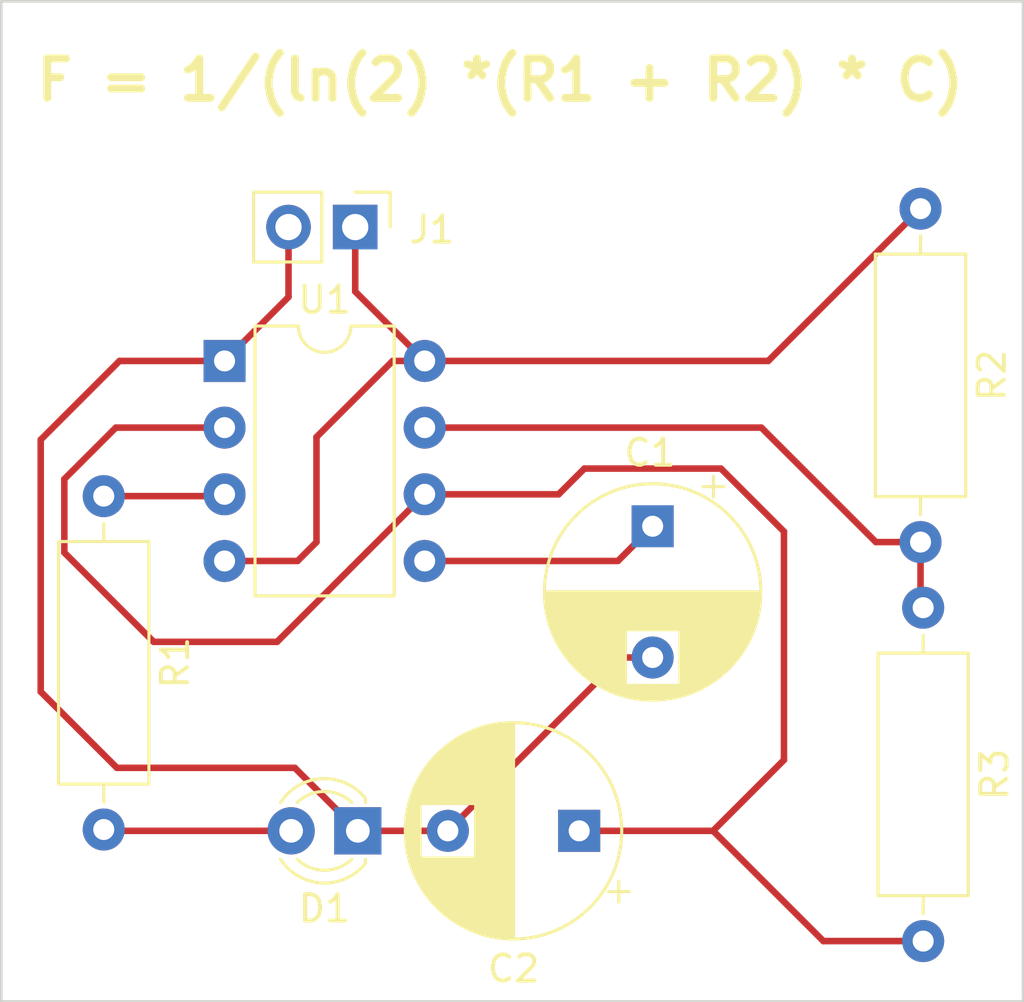
<source format=kicad_pcb>
(kicad_pcb (version 20211014) (generator pcbnew)
  (layers (0 "F.Cu" signal) (31 "B.Cu" signal) (34 "B.Paste" user) (35 "F.Paste" user) (36 "B.SilkS" user "B.Silkscreen") (37 "F.SilkS" user "F.Silkscreen") (38 "B.Mask" user) (39 "F.Mask" user) (44 "Edge.Cuts" user))
  (net 0 "")
  (net 1 "Net-(C1-Pad1)")
  (net 2 "GND")
  (net 3 "/THR")
  (net 4 "Net-(D1-Pad2)")
  (net 5 "+5V")
  (net 6 "/out")
  (net 7 "/dis")
  (footprint "Resistor_THT:R_Axial_DIN0309_L9.0mm_D3.2mm_P12.70mm_Horizontal" (layer "F.Cu") (at 139.1 64.8 -90)
    (fp_text reference "R2" (at 6.35 -2.72 90) (layer "F.SilkS"))
    (fp_text value "8k2")
    (fp_line (start 1.04 0) (end 1.73 0) (layer "F.SilkS") (width 0.12))
    (fp_line (start 1.73 1.72) (end 10.97 1.72) (layer "F.SilkS") (width 0.12))
    (fp_line (start 10.97 -1.72) (end 1.73 -1.72) (layer "F.SilkS") (width 0.12))
    (fp_line (start 1.73 -1.72) (end 1.73 1.72) (layer "F.SilkS") (width 0.12))
    (fp_line (start 11.66 0) (end 10.97 0) (layer "F.SilkS") (width 0.12))
    (fp_line (start 10.97 1.72) (end 10.97 -1.72) (layer "F.SilkS") (width 0.12))
    (pad "1" thru_hole circle (at 0 0 270) (size 1.6 1.6) (drill 0.8) (layers *.Cu *.Mask) (net 5 "+5V"))
    (pad "2" thru_hole oval (at 12.7 0 270) (size 1.6 1.6) (drill 0.8) (layers *.Cu *.Mask) (net 7 "/dis"))
  )
  (footprint "Resistor_THT:R_Axial_DIN0309_L9.0mm_D3.2mm_P12.70mm_Horizontal" (layer "F.Cu") (at 139.2 80 -90)
    (fp_text reference "R3" (at 6.35 -2.72 90) (layer "F.SilkS"))
    (fp_text value "68k")
    (fp_line (start 1.73 -1.72) (end 1.73 1.72) (layer "F.SilkS") (width 0.12))
    (fp_line (start 1.73 1.72) (end 10.97 1.72) (layer "F.SilkS") (width 0.12))
    (fp_line (start 10.97 1.72) (end 10.97 -1.72) (layer "F.SilkS") (width 0.12))
    (fp_line (start 1.04 0) (end 1.73 0) (layer "F.SilkS") (width 0.12))
    (fp_line (start 10.97 -1.72) (end 1.73 -1.72) (layer "F.SilkS") (width 0.12))
    (fp_line (start 11.66 0) (end 10.97 0) (layer "F.SilkS") (width 0.12))
    (pad "1" thru_hole circle (at 0 0 270) (size 1.6 1.6) (drill 0.8) (layers *.Cu *.Mask) (net 7 "/dis"))
    (pad "2" thru_hole oval (at 12.7 0 270) (size 1.6 1.6) (drill 0.8) (layers *.Cu *.Mask) (net 3 "/THR"))
  )
  (footprint "Connector_PinHeader_2.54mm:PinHeader_1x02_P2.54mm_Vertical" (layer "F.Cu") (at 117.575 65.5 -90)
    (fp_text reference "J1" (at 0.1 -2.925 180) (layer "F.SilkS"))
    (fp_text value "Conn_01x02")
    (fp_line (start -1.33 1.27) (end -1.33 3.87) (layer "F.SilkS") (width 0.12))
    (fp_line (start 1.33 1.27) (end 1.33 3.87) (layer "F.SilkS") (width 0.12))
    (fp_line (start -1.33 3.87) (end 1.33 3.87) (layer "F.SilkS") (width 0.12))
    (fp_line (start -1.33 -1.33) (end 0 -1.33) (layer "F.SilkS") (width 0.12))
    (fp_line (start -1.33 1.27) (end 1.33 1.27) (layer "F.SilkS") (width 0.12))
    (fp_line (start -1.33 0) (end -1.33 -1.33) (layer "F.SilkS") (width 0.12))
    (pad "1" thru_hole rect (at 0 0 270) (size 1.7 1.7) (drill 1) (layers *.Cu *.Mask) (net 5 "+5V"))
    (pad "2" thru_hole oval (at 0 2.54 270) (size 1.7 1.7) (drill 1) (layers *.Cu *.Mask) (net 2 "GND"))
  )
  (footprint "Capacitor_THT:CP_Radial_D8.0mm_P5.00mm" (layer "F.Cu") (at 126.102651 88.5 180)
    (fp_text reference "C2" (at 2.5 -5.25) (layer "F.SilkS"))
    (fp_text value "1uf")
    (fp_line (start 4.501 1.04) (end 4.501 3.562) (layer "F.SilkS") (width 0.12))
    (fp_line (start 3.701 -3.902) (end 3.701 3.902) (layer "F.SilkS") (width 0.12))
    (fp_line (start -1.509698 -2.715) (end -1.509698 -1.915) (layer "F.SilkS") (width 0.12))
    (fp_line (start 5.181 -3.09) (end 5.181 -1.04) (layer "F.SilkS") (width 0.12))
    (fp_line (start 4.181 1.04) (end 4.181 3.722) (layer "F.SilkS") (width 0.12))
    (fp_line (start 5.901 1.04) (end 5.901 2.287) (layer "F.SilkS") (width 0.12))
    (fp_line (start 5.421 1.04) (end 5.421 2.867) (layer "F.SilkS") (width 0.12))
    (fp_line (start 2.7 -4.076) (end 2.7 4.076) (layer "F.SilkS") (width 0.12))
    (fp_line (start 2.5 -4.08) (end 2.5 4.08) (layer "F.SilkS") (width 0.12))
    (fp_line (start 3.261 -4.01) (end 3.261 4.01) (layer "F.SilkS") (width 0.12))
    (fp_line (start 4.541 -3.54) (end 4.541 -1.04) (layer "F.SilkS") (width 0.12))
    (fp_line (start 4.381 1.04) (end 4.381 3.627) (layer "F.SilkS") (width 0.12))
    (fp_line (start 5.861 -2.345) (end 5.861 -1.04) (layer "F.SilkS") (width 0.12))
    (fp_line (start 6.301 -1.552) (end 6.301 1.552) (layer "F.SilkS") (width 0.12))
    (fp_line (start 4.341 -3.647) (end 4.341 -1.04) (layer "F.SilkS") (width 0.12))
    (fp_line (start 5.581 -2.697) (end 5.581 -1.04) (layer "F.SilkS") (width 0.12))
    (fp_line (start 4.421 -3.606) (end 4.421 -1.04) (layer "F.SilkS") (width 0.12))
    (fp_line (start 4.621 -3.493) (end 4.621 -1.04) (layer "F.SilkS") (width 0.12))
    (fp_line (start 4.901 1.04) (end 4.901 3.309) (layer "F.SilkS") (width 0.12))
    (fp_line (start 5.501 1.04) (end 5.501 2.784) (layer "F.SilkS") (width 0.12))
    (fp_line (start 5.621 1.04) (end 5.621 2.651) (layer "F.SilkS") (width 0.12))
    (fp_line (start 5.941 1.04) (end 5.941 2.228) (layer "F.SilkS") (width 0.12))
    (fp_line (start 2.58 -4.08) (end 2.58 4.08) (layer "F.SilkS") (width 0.12))
    (fp_line (start 3.06 -4.042) (end 3.06 4.042) (layer "F.SilkS") (width 0.12))
    (fp_line (start 4.101 1.04) (end 4.101 3.757) (layer "F.SilkS") (width 0.12))
    (fp_line (start 6.421 -1.229) (end 6.421 1.229) (layer "F.SilkS") (width 0.12))
    (fp_line (start 4.781 1.04) (end 4.781 3.392) (layer "F.SilkS") (width 0.12))
    (fp_line (start 5.581 1.04) (end 5.581 2.697) (layer "F.SilkS") (width 0.12))
    (fp_line (start 3.541 -3.947) (end 3.541 3.947) (layer "F.SilkS") (width 0.12))
    (fp_line (start 4.301 -3.666) (end 4.301 -1.04) (layer "F.SilkS") (width 0.12))
    (fp_line (start 4.381 -3.627) (end 4.381 -1.04) (layer "F.SilkS") (width 0.12))
    (fp_line (start 5.541 1.04) (end 5.541 2.741) (layer "F.SilkS") (width 0.12))
    (fp_line (start 5.741 1.04) (end 5.741 2.505) (layer "F.SilkS") (width 0.12))
    (fp_line (start 3.421 -3.976) (end 3.421 3.976) (layer "F.SilkS") (width 0.12))
    (fp_line (start 2.62 -4.079) (end 2.62 4.079) (layer "F.SilkS") (width 0.12))
    (fp_line (start -1.909698 -2.315) (end -1.109698 -2.315) (layer "F.SilkS") (width 0.12))
    (fp_line (start 4.061 1.04) (end 4.061 3.774) (layer "F.SilkS") (width 0.12))
    (fp_line (start 5.981 -2.166) (end 5.981 -1.04) (layer "F.SilkS") (width 0.12))
    (fp_line (start 5.741 -2.505) (end 5.741 -1.04) (layer "F.SilkS") (width 0.12))
    (fp_line (start 2.66 -4.077) (end 2.66 4.077) (layer "F.SilkS") (width 0.12))
    (fp_line (start 5.661 -2.604) (end 5.661 -1.04) (layer "F.SilkS") (width 0.12))
    (fp_line (start 5.061 -3.189) (end 5.061 -1.04) (layer "F.SilkS") (width 0.12))
    (fp_line (start 6.341 -1.453) (end 6.341 1.453) (layer "F.SilkS") (width 0.12))
    (fp_line (start 5.181 1.04) (end 5.181 3.09) (layer "F.SilkS") (width 0.12))
    (fp_line (start 3.501 -3.957) (end 3.501 3.957) (layer "F.SilkS") (width 0.12))
    (fp_line (start 4.861 1.04) (end 4.861 3.338) (layer "F.SilkS") (width 0.12))
    (fp_line (start 4.741 1.04) (end 4.741 3.418) (layer "F.SilkS") (width 0.12))
    (fp_line (start 5.861 1.04) (end 5.861 2.345) (layer "F.SilkS") (width 0.12))
    (fp_line (start 2.74 -4.074) (end 2.74 4.074) (layer "F.SilkS") (width 0.12))
    (fp_line (start 4.701 1.04) (end 4.701 3.444) (layer "F.SilkS") (width 0.12))
    (fp_line (start 4.941 -3.28) (end 4.941 -1.04) (layer "F.SilkS") (width 0.12))
    (fp_line (start 6.061 -2.034) (end 6.061 2.034) (layer "F.SilkS") (width 0.12))
    (fp_line (start 3.981 -3.805) (end 3.981 -1.04) (layer "F.SilkS") (width 0.12))
    (fp_line (start 4.661 -3.469) (end 4.661 -1.04) (layer "F.SilkS") (width 0.12))
    (fp_line (start 4.141 -3.74) (end 4.141 -1.04) (layer "F.SilkS") (width 0.12))
    (fp_line (start 5.381 -2.907) (end 5.381 -1.04) (layer "F.SilkS") (width 0.12))
    (fp_line (start 5.901 -2.287) (end 5.901 -1.04) (layer "F.SilkS") (width 0.12))
    (fp_line (start 5.541 -2.741) (end 5.541 -1.04) (layer "F.SilkS") (width 0.12))
    (fp_line (start 3.941 -3.821) (end 3.941 3.821) (layer "F.SilkS") (width 0.12))
    (fp_line (start 6.501 -0.948) (end 6.501 0.948) (layer "F.SilkS") (width 0.12))
    (fp_line (start 5.021 -3.22) (end 5.021 -1.04) (layer "F.SilkS") (width 0.12))
    (fp_line (start 5.701 -2.556) (end 5.701 -1.04) (layer "F.SilkS") (width 0.12))
    (fp_line (start 4.341 1.04) (end 4.341 3.647) (layer "F.SilkS") (width 0.12))
    (fp_line (start 5.661 1.04) (end 5.661 2.604) (layer "F.SilkS") (width 0.12))
    (fp_line (start 3.301 -4.002) (end 3.301 4.002) (layer "F.SilkS") (width 0.12))
    (fp_line (start 5.101 -3.156) (end 5.101 -1.04) (layer "F.SilkS") (width 0.12))
    (fp_line (start 4.261 -3.686) (end 4.261 -1.04) (layer "F.SilkS") (width 0.12))
    (fp_line (start 5.381 1.04) (end 5.381 2.907) (layer "F.SilkS") (width 0.12))
    (fp_line (start 3.381 -3.985) (end 3.381 3.985) (layer "F.SilkS") (width 0.12))
    (fp_line (start 4.581 -3.517) (end 4.581 -1.04) (layer "F.SilkS") (width 0.12))
    (fp_line (start 3.14 -4.03) (end 3.14 4.03) (layer "F.SilkS") (width 0.12))
    (fp_line (start 6.381 -1.346) (end 6.381 1.346) (layer "F.SilkS") (width 0.12))
    (fp_line (start 5.781 -2.454) (end 5.781 -1.04) (layer "F.SilkS") (width 0.12))
    (fp_line (start 5.421 -2.867) (end 5.421 -1.04) (layer "F.SilkS") (width 0.12))
    (fp_line (start 4.821 -3.365) (end 4.821 -1.04) (layer "F.SilkS") (width 0.12))
    (fp_line (start 6.221 -1.731) (end 6.221 1.731) (layer "F.SilkS") (width 0.12))
    (fp_line (start 5.941 -2.228) (end 5.941 -1.04) (layer "F.SilkS") (width 0.12))
    (fp_line (start 5.821 1.04) (end 5.821 2.4) (layer "F.SilkS") (width 0.12))
    (fp_line (start 4.021 1.04) (end 4.021 3.79) (layer "F.SilkS") (width 0.12))
    (fp_line (start 4.261 1.04) (end 4.261 3.686) (layer "F.SilkS") (width 0.12))
    (fp_line (start 5.261 -3.019) (end 5.261 -1.04) (layer "F.SilkS") (width 0.12))
    (fp_line (start 4.861 -3.338) (end 4.861 -1.04) (layer "F.SilkS") (width 0.12))
    (fp_line (start 5.101 1.04) (end 5.101 3.156) (layer "F.SilkS") (width 0.12))
    (fp_line (start 4.981 1.04) (end 4.981 3.25) (layer "F.SilkS") (width 0.12))
    (fp_line (start 3.341 -3.994) (end 3.341 3.994) (layer "F.SilkS") (width 0.12))
    (fp_line (start 4.501 -3.562) (end 4.501 -1.04) (layer "F.SilkS") (width 0.12))
    (fp_line (start 5.021 1.04) (end 5.021 3.22) (layer "F.SilkS") (width 0.12))
    (fp_line (start 3.661 -3.914) (end 3.661 3.914) (layer "F.SilkS") (width 0.12))
    (fp_line (start 5.221 1.04) (end 5.221 3.055) (layer "F.SilkS") (width 0.12))
    (fp_line (start 4.981 -3.25) (end 4.981 -1.04) (layer "F.SilkS") (width 0.12))
    (fp_line (start 4.941 1.04) (end 4.941 3.28) (layer "F.SilkS") (width 0.12))
    (fp_line (start 3.621 -3.925) (end 3.621 3.925) (layer "F.SilkS") (width 0.12))
    (fp_line (start 3.901 -3.835) (end 3.901 3.835) (layer "F.SilkS") (width 0.12))
    (fp_line (start 4.701 -3.444) (end 4.701 -1.04) (layer "F.SilkS") (width 0.12))
    (fp_line (start 5.461 -2.826) (end 5.461 -1.04) (layer "F.SilkS") (width 0.12))
    (fp_line (start 3.781 -3.877) (end 3.781 3.877) (layer "F.SilkS") (width 0.12))
    (fp_line (start 5.341 1.04) (end 5.341 2.945) (layer "F.SilkS") (width 0.12))
    (fp_line (start 5.461 1.04) (end 5.461 2.826) (layer "F.SilkS") (width 0.12))
    (fp_line (start 6.181 -1.813) (end 6.181 1.813) (layer "F.SilkS") (width 0.12))
    (fp_line (start 6.021 1.04) (end 6.021 2.102) (layer "F.SilkS") (width 0.12))
    (fp_line (start 5.621 -2.651) (end 5.621 -1.04) (layer "F.SilkS") (width 0.12))
    (fp_line (start 2.9 -4.061) (end 2.9 4.061) (layer "F.SilkS") (width 0.12))
    (fp_line (start 6.461 -1.098) (end 6.461 1.098) (layer "F.SilkS") (width 0.12))
    (fp_line (start 5.061 1.04) (end 5.061 3.189) (layer "F.SilkS") (width 0.12))
    (fp_line (start 5.301 1.04) (end 5.301 2.983) (layer "F.SilkS") (width 0.12))
    (fp_line (start 4.301 1.04) (end 4.301 3.666) (layer "F.SilkS") (width 0.12))
    (fp_line (start 3.1 -4.037) (end 3.1 4.037) (layer "F.SilkS") (width 0.12))
    (fp_line (start 4.821 1.04) (end 4.821 3.365) (layer "F.SilkS") (width 0.12))
    (fp_line (start 4.541 1.04) (end 4.541 3.54) (layer "F.SilkS") (width 0.12))
    (fp_line (start 5.301 -2.983) (end 5.301 -1.04) (layer "F.SilkS") (width 0.12))
    (fp_line (start 5.141 1.04) (end 5.141 3.124) (layer "F.SilkS") (width 0.12))
    (fp_line (start 6.101 -1.964) (end 6.101 1.964) (layer "F.SilkS") (width 0.12))
    (fp_line (start 4.181 -3.722) (end 4.181 -1.04) (layer "F.SilkS") (width 0.12))
    (fp_line (start 4.621 1.04) (end 4.621 3.493) (layer "F.SilkS") (width 0.12))
    (fp_line (start 6.261 -1.645) (end 6.261 1.645) (layer "F.SilkS") (width 0.12))
    (fp_line (start 3.02 -4.048) (end 3.02 4.048) (layer "F.SilkS") (width 0.12))
    (fp_line (start 4.221 -3.704) (end 4.221 -1.04) (layer "F.SilkS") (width 0.12))
    (fp_line (start 2.94 -4.057) (end 2.94 4.057) (layer "F.SilkS") (width 0.12))
    (fp_line (start 3.861 -3.85) (end 3.861 3.85) (layer "F.SilkS") (width 0.12))
    (fp_line (start 2.78 -4.071) (end 2.78 4.071) (layer "F.SilkS") (width 0.12))
    (fp_line (start 5.501 -2.784) (end 5.501 -1.04) (layer "F.SilkS") (width 0.12))
    (fp_line (start 4.461 1.04) (end 4.461 3.584) (layer "F.SilkS") (width 0.12))
    (fp_line (start 6.141 -1.89) (end 6.141 1.89) (layer "F.SilkS") (width 0.12))
    (fp_line (start 3.18 -4.024) (end 3.18 4.024) (layer "F.SilkS") (width 0.12))
    (fp_line (start 3.461 -3.967) (end 3.461 3.967) (layer "F.SilkS") (width 0.12))
    (fp_line (start 6.581 -0.533) (end 6.581 0.533) (layer "F.SilkS") (width 0.12))
    (fp_line (start 4.061 -3.774) (end 4.061 -1.04) (layer "F.SilkS") (width 0.12))
    (fp_line (start 4.141 1.04) (end 4.141 3.74) (layer "F.SilkS") (width 0.12))
    (fp_line (start 3.581 -3.936) (end 3.581 3.936) (layer "F.SilkS") (width 0.12))
    (fp_line (start 2.82 -4.068) (end 2.82 4.068) (layer "F.SilkS") (width 0.12))
    (fp_line (start 2.98 -4.052) (end 2.98 4.052) (layer "F.SilkS") (width 0.12))
    (fp_line (start 5.981 1.04) (end 5.981 2.166) (layer "F.SilkS") (width 0.12))
    (fp_line (start 4.781 -3.392) (end 4.781 -1.04) (layer "F.SilkS") (width 0.12))
    (fp_line (start 4.101 -3.757) (end 4.101 -1.04) (layer "F.SilkS") (width 0.12))
    (fp_line (start 5.781 1.04) (end 5.781 2.454) (layer "F.SilkS") (width 0.12))
    (fp_line (start 3.221 -4.017) (end 3.221 4.017) (layer "F.SilkS") (width 0.12))
    (fp_line (start 2.54 -4.08) (end 2.54 4.08) (layer "F.SilkS") (width 0.12))
    (fp_line (start 5.141 -3.124) (end 5.141 -1.04) (layer "F.SilkS") (width 0.12))
    (fp_line (start 4.901 -3.309) (end 4.901 -1.04) (layer "F.SilkS") (width 0.12))
    (fp_line (start 5.701 1.04) (end 5.701 2.556) (layer "F.SilkS") (width 0.12))
    (fp_line (start 6.021 -2.102) (end 6.021 -1.04) (layer "F.SilkS") (width 0.12))
    (fp_line (start 3.741 -3.889) (end 3.741 3.889) (layer "F.SilkS") (width 0.12))
    (fp_line (start 4.741 -3.418) (end 4.741 -1.04) (layer "F.SilkS") (width 0.12))
    (fp_line (start 3.821 -3.863) (end 3.821 3.863) (layer "F.SilkS") (width 0.12))
    (fp_line (start 5.221 -3.055) (end 5.221 -1.04) (layer "F.SilkS") (width 0.12))
    (fp_line (start 5.341 -2.945) (end 5.341 -1.04) (layer "F.SilkS") (width 0.12))
    (fp_line (start 3.981 1.04) (end 3.981 3.805) (layer "F.SilkS") (width 0.12))
    (fp_line (start 4.581 1.04) (end 4.581 3.517) (layer "F.SilkS") (width 0.12))
    (fp_line (start 4.421 1.04) (end 4.421 3.606) (layer "F.SilkS") (width 0.12))
    (fp_line (start 4.221 1.04) (end 4.221 3.704) (layer "F.SilkS") (width 0.12))
    (fp_line (start 4.661 1.04) (end 4.661 3.469) (layer "F.SilkS") (width 0.12))
    (fp_line (start 4.461 -3.584) (end 4.461 -1.04) (layer "F.SilkS") (width 0.12))
    (fp_line (start 5.261 1.04) (end 5.261 3.019) (layer "F.SilkS") (width 0.12))
    (fp_line (start 5.821 -2.4) (end 5.821 -1.04) (layer "F.SilkS") (width 0.12))
    (fp_line (start 4.021 -3.79) (end 4.021 -1.04) (layer "F.SilkS") (width 0.12))
    (fp_line (start 2.86 -4.065) (end 2.86 4.065) (layer "F.SilkS") (width 0.12))
    (fp_line (start 6.541 -0.768) (end 6.541 0.768) (layer "F.SilkS") (width 0.12))
    (fp_circle (center 2.5 0) (end 6.62 0) (layer "F.SilkS") (width 0.12) (fill none))
    (pad "1" thru_hole rect (at 0 0 180) (size 1.6 1.6) (drill 0.8) (layers *.Cu *.Mask) (net 3 "/THR"))
    (pad "2" thru_hole circle (at 5 0 180) (size 1.6 1.6) (drill 0.8) (layers *.Cu *.Mask) (net 2 "GND"))
  )
  (footprint "Capacitor_THT:CP_Radial_D8.0mm_P5.00mm" (layer "F.Cu") (at 128.9 76.897349 -90)
    (fp_text reference "C1" (at -2.797349 0.1 180) (layer "F.SilkS"))
    (fp_text value "10nf")
    (fp_line (start 5.701 -2.556) (end 5.701 -1.04) (layer "F.SilkS") (width 0.12))
    (fp_line (start 4.341 -3.647) (end 4.341 -1.04) (layer "F.SilkS") (width 0.12))
    (fp_line (start 5.541 1.04) (end 5.541 2.741) (layer "F.SilkS") (width 0.12))
    (fp_line (start 5.701 1.04) (end 5.701 2.556) (layer "F.SilkS") (width 0.12))
    (fp_line (start 5.781 1.04) (end 5.781 2.454) (layer "F.SilkS") (width 0.12))
    (fp_line (start 6.581 -0.533) (end 6.581 0.533) (layer "F.SilkS") (width 0.12))
    (fp_line (start 4.101 -3.757) (end 4.101 -1.04) (layer "F.SilkS") (width 0.12))
    (fp_line (start 5.221 -3.055) (end 5.221 -1.04) (layer "F.SilkS") (width 0.12))
    (fp_line (start 3.821 -3.863) (end 3.821 3.863) (layer "F.SilkS") (width 0.12))
    (fp_line (start 5.741 1.04) (end 5.741 2.505) (layer "F.SilkS") (width 0.12))
    (fp_line (start 5.541 -2.741) (end 5.541 -1.04) (layer "F.SilkS") (width 0.12))
    (fp_line (start 5.301 1.04) (end 5.301 2.983) (layer "F.SilkS") (width 0.12))
    (fp_line (start 5.581 1.04) (end 5.581 2.697) (layer "F.SilkS") (width 0.12))
    (fp_line (start 5.981 1.04) (end 5.981 2.166) (layer "F.SilkS") (width 0.12))
    (fp_line (start 5.781 -2.454) (end 5.781 -1.04) (layer "F.SilkS") (width 0.12))
    (fp_line (start 4.501 1.04) (end 4.501 3.562) (layer "F.SilkS") (width 0.12))
    (fp_line (start 5.261 -3.019) (end 5.261 -1.04) (layer "F.SilkS") (width 0.12))
    (fp_line (start 4.221 -3.704) (end 4.221 -1.04) (layer "F.SilkS") (width 0.12))
    (fp_line (start 4.981 -3.25) (end 4.981 -1.04) (layer "F.SilkS") (width 0.12))
    (fp_line (start 4.261 1.04) (end 4.261 3.686) (layer "F.SilkS") (width 0.12))
    (fp_line (start 3.221 -4.017) (end 3.221 4.017) (layer "F.SilkS") (width 0.12))
    (fp_line (start 5.941 1.04) (end 5.941 2.228) (layer "F.SilkS") (width 0.12))
    (fp_line (start 5.501 1.04) (end 5.501 2.784) (layer "F.SilkS") (width 0.12))
    (fp_line (start 3.341 -3.994) (end 3.341 3.994) (layer "F.SilkS") (width 0.12))
    (fp_line (start 2.74 -4.074) (end 2.74 4.074) (layer "F.SilkS") (width 0.12))
    (fp_line (start 5.901 1.04) (end 5.901 2.287) (layer "F.SilkS") (width 0.12))
    (fp_line (start 4.741 1.04) (end 4.741 3.418) (layer "F.SilkS") (width 0.12))
    (fp_line (start 2.82 -4.068) (end 2.82 4.068) (layer "F.SilkS") (width 0.12))
    (fp_line (start 5.101 1.04) (end 5.101 3.156) (layer "F.SilkS") (width 0.12))
    (fp_line (start 4.781 1.04) (end 4.781 3.392) (layer "F.SilkS") (width 0.12))
    (fp_line (start 5.661 -2.604) (end 5.661 -1.04) (layer "F.SilkS") (width 0.12))
    (fp_line (start 5.821 -2.4) (end 5.821 -1.04) (layer "F.SilkS") (width 0.12))
    (fp_line (start 4.661 1.04) (end 4.661 3.469) (layer "F.SilkS") (width 0.12))
    (fp_line (start 2.62 -4.079) (end 2.62 4.079) (layer "F.SilkS") (width 0.12))
    (fp_line (start 6.501 -0.948) (end 6.501 0.948) (layer "F.SilkS") (width 0.12))
    (fp_line (start 5.821 1.04) (end 5.821 2.4) (layer "F.SilkS") (width 0.12))
    (fp_line (start 5.021 1.04) (end 5.021 3.22) (layer "F.SilkS") (width 0.12))
    (fp_line (start 5.021 -3.22) (end 5.021 -1.04) (layer "F.SilkS") (width 0.12))
    (fp_line (start 4.901 -3.309) (end 4.901 -1.04) (layer "F.SilkS") (width 0.12))
    (fp_line (start 4.421 -3.606) (end 4.421 -1.04) (layer "F.SilkS") (width 0.12))
    (fp_line (start 5.141 -3.124) (end 5.141 -1.04) (layer "F.SilkS") (width 0.12))
    (fp_line (start 3.18 -4.024) (end 3.18 4.024) (layer "F.SilkS") (width 0.12))
    (fp_line (start 3.661 -3.914) (end 3.661 3.914) (layer "F.SilkS") (width 0.12))
    (fp_line (start 4.381 1.04) (end 4.381 3.627) (layer "F.SilkS") (width 0.12))
    (fp_line (start 4.221 1.04) (end 4.221 3.704) (layer "F.SilkS") (width 0.12))
    (fp_line (start 4.541 -3.54) (end 4.541 -1.04) (layer "F.SilkS") (width 0.12))
    (fp_line (start -1.509698 -2.715) (end -1.509698 -1.915) (layer "F.SilkS") (width 0.12))
    (fp_line (start 2.5 -4.08) (end 2.5 4.08) (layer "F.SilkS") (width 0.12))
    (fp_line (start 2.9 -4.061) (end 2.9 4.061) (layer "F.SilkS") (width 0.12))
    (fp_line (start 3.06 -4.042) (end 3.06 4.042) (layer "F.SilkS") (width 0.12))
    (fp_line (start 4.021 -3.79) (end 4.021 -1.04) (layer "F.SilkS") (width 0.12))
    (fp_line (start 4.821 -3.365) (end 4.821 -1.04) (layer "F.SilkS") (width 0.12))
    (fp_line (start 4.141 -3.74) (end 4.141 -1.04) (layer "F.SilkS") (width 0.12))
    (fp_line (start 4.901 1.04) (end 4.901 3.309) (layer "F.SilkS") (width 0.12))
    (fp_line (start 6.381 -1.346) (end 6.381 1.346) (layer "F.SilkS") (width 0.12))
    (fp_line (start 3.941 -3.821) (end 3.941 3.821) (layer "F.SilkS") (width 0.12))
    (fp_line (start 3.901 -3.835) (end 3.901 3.835) (layer "F.SilkS") (width 0.12))
    (fp_line (start 5.861 1.04) (end 5.861 2.345) (layer "F.SilkS") (width 0.12))
    (fp_line (start 2.78 -4.071) (end 2.78 4.071) (layer "F.SilkS") (width 0.12))
    (fp_line (start 6.341 -1.453) (end 6.341 1.453) (layer "F.SilkS") (width 0.12))
    (fp_line (start 3.581 -3.936) (end 3.581 3.936) (layer "F.SilkS") (width 0.12))
    (fp_line (start 2.58 -4.08) (end 2.58 4.08) (layer "F.SilkS") (width 0.12))
    (fp_line (start 5.181 -3.09) (end 5.181 -1.04) (layer "F.SilkS") (width 0.12))
    (fp_line (start 4.621 1.04) (end 4.621 3.493) (layer "F.SilkS") (width 0.12))
    (fp_line (start 5.741 -2.505) (end 5.741 -1.04) (layer "F.SilkS") (width 0.12))
    (fp_line (start 4.341 1.04) (end 4.341 3.647) (layer "F.SilkS") (width 0.12))
    (fp_line (start 4.061 1.04) (end 4.061 3.774) (layer "F.SilkS") (width 0.12))
    (fp_line (start 4.941 -3.28) (end 4.941 -1.04) (layer "F.SilkS") (width 0.12))
    (fp_line (start 2.94 -4.057) (end 2.94 4.057) (layer "F.SilkS") (width 0.12))
    (fp_line (start 4.781 -3.392) (end 4.781 -1.04) (layer "F.SilkS") (width 0.12))
    (fp_line (start 5.461 1.04) (end 5.461 2.826) (layer "F.SilkS") (width 0.12))
    (fp_line (start 3.741 -3.889) (end 3.741 3.889) (layer "F.SilkS") (width 0.12))
    (fp_line (start 4.181 -3.722) (end 4.181 -1.04) (layer "F.SilkS") (width 0.12))
    (fp_line (start 5.181 1.04) (end 5.181 3.09) (layer "F.SilkS") (width 0.12))
    (fp_line (start 6.301 -1.552) (end 6.301 1.552) (layer "F.SilkS") (width 0.12))
    (fp_line (start 6.061 -2.034) (end 6.061 2.034) (layer "F.SilkS") (width 0.12))
    (fp_line (start 4.581 -3.517) (end 4.581 -1.04) (layer "F.SilkS") (width 0.12))
    (fp_line (start 3.981 -3.805) (end 3.981 -1.04) (layer "F.SilkS") (width 0.12))
    (fp_line (start 3.541 -3.947) (end 3.541 3.947) (layer "F.SilkS") (width 0.12))
    (fp_line (start 4.861 1.04) (end 4.861 3.338) (layer "F.SilkS") (width 0.12))
    (fp_line (start 3.701 -3.902) (end 3.701 3.902) (layer "F.SilkS") (width 0.12))
    (fp_line (start 3.381 -3.985) (end 3.381 3.985) (layer "F.SilkS") (width 0.12))
    (fp_line (start 4.301 1.04) (end 4.301 3.666) (layer "F.SilkS") (width 0.12))
    (fp_line (start 2.86 -4.065) (end 2.86 4.065) (layer "F.SilkS") (width 0.12))
    (fp_line (start 5.501 -2.784) (end 5.501 -1.04) (layer "F.SilkS") (width 0.12))
    (fp_line (start 2.66 -4.077) (end 2.66 4.077) (layer "F.SilkS") (width 0.12))
    (fp_line (start 4.701 -3.444) (end 4.701 -1.04) (layer "F.SilkS") (width 0.12))
    (fp_line (start 2.98 -4.052) (end 2.98 4.052) (layer "F.SilkS") (width 0.12))
    (fp_line (start 4.661 -3.469) (end 4.661 -1.04) (layer "F.SilkS") (width 0.12))
    (fp_line (start 5.421 1.04) (end 5.421 2.867) (layer "F.SilkS") (width 0.12))
    (fp_line (start 3.1 -4.037) (end 3.1 4.037) (layer "F.SilkS") (width 0.12))
    (fp_line (start 4.261 -3.686) (end 4.261 -1.04) (layer "F.SilkS") (width 0.12))
    (fp_line (start 5.261 1.04) (end 5.261 3.019) (layer "F.SilkS") (width 0.12))
    (fp_line (start 5.581 -2.697) (end 5.581 -1.04) (layer "F.SilkS") (width 0.12))
    (fp_line (start 4.541 1.04) (end 4.541 3.54) (layer "F.SilkS") (width 0.12))
    (fp_line (start 4.141 1.04) (end 4.141 3.74) (layer "F.SilkS") (width 0.12))
    (fp_line (start 4.061 -3.774) (end 4.061 -1.04) (layer "F.SilkS") (width 0.12))
    (fp_line (start 5.421 -2.867) (end 5.421 -1.04) (layer "F.SilkS") (width 0.12))
    (fp_line (start 3.501 -3.957) (end 3.501 3.957) (layer "F.SilkS") (width 0.12))
    (fp_line (start 3.301 -4.002) (end 3.301 4.002) (layer "F.SilkS") (width 0.12))
    (fp_line (start 4.501 -3.562) (end 4.501 -1.04) (layer "F.SilkS") (width 0.12))
    (fp_line (start 6.101 -1.964) (end 6.101 1.964) (layer "F.SilkS") (width 0.12))
    (fp_line (start 3.781 -3.877) (end 3.781 3.877) (layer "F.SilkS") (width 0.12))
    (fp_line (start 6.421 -1.229) (end 6.421 1.229) (layer "F.SilkS") (width 0.12))
    (fp_line (start 6.261 -1.645) (end 6.261 1.645) (layer "F.SilkS") (width 0.12))
    (fp_line (start 6.021 -2.102) (end 6.021 -1.04) (layer "F.SilkS") (width 0.12))
    (fp_line (start 5.621 1.04) (end 5.621 2.651) (layer "F.SilkS") (width 0.12))
    (fp_line (start 5.061 -3.189) (end 5.061 -1.04) (layer "F.SilkS") (width 0.12))
    (fp_line (start 3.621 -3.925) (end 3.621 3.925) (layer "F.SilkS") (width 0.12))
    (fp_line (start 4.461 -3.584) (end 4.461 -1.04) (layer "F.SilkS") (width 0.12))
    (fp_line (start 5.981 -2.166) (end 5.981 -1.04) (layer "F.SilkS") (width 0.12))
    (fp_line (start 4.581 1.04) (end 4.581 3.517) (layer "F.SilkS") (width 0.12))
    (fp_line (start 5.341 -2.945) (end 5.341 -1.04) (layer "F.SilkS") (width 0.12))
    (fp_line (start 6.021 1.04) (end 6.021 2.102) (layer "F.SilkS") (width 0.12))
    (fp_line (start 4.981 1.04) (end 4.981 3.25) (layer "F.SilkS") (width 0.12))
    (fp_line (start 4.301 -3.666) (end 4.301 -1.04) (layer "F.SilkS") (width 0.12))
    (fp_line (start 5.221 1.04) (end 5.221 3.055) (layer "F.SilkS") (width 0.12))
    (fp_line (start 5.341 1.04) (end 5.341 2.945) (layer "F.SilkS") (width 0.12))
    (fp_line (start 4.181 1.04) (end 4.181 3.722) (layer "F.SilkS") (width 0.12))
    (fp_line (start 4.741 -3.418) (end 4.741 -1.04) (layer "F.SilkS") (width 0.12))
    (fp_line (start 4.821 1.04) (end 4.821 3.365) (layer "F.SilkS") (width 0.12))
    (fp_line (start 4.021 1.04) (end 4.021 3.79) (layer "F.SilkS") (width 0.12))
    (fp_line (start 4.941 1.04) (end 4.941 3.28) (layer "F.SilkS") (width 0.12))
    (fp_line (start 5.901 -2.287) (end 5.901 -1.04) (layer "F.SilkS") (width 0.12))
    (fp_line (start 6.221 -1.731) (end 6.221 1.731) (layer "F.SilkS") (width 0.12))
    (fp_line (start 4.701 1.04) (end 4.701 3.444) (layer "F.SilkS") (width 0.12))
    (fp_line (start 5.621 -2.651) (end 5.621 -1.04) (layer "F.SilkS") (width 0.12))
    (fp_line (start 5.941 -2.228) (end 5.941 -1.04) (layer "F.SilkS") (width 0.12))
    (fp_line (start 4.381 -3.627) (end 4.381 -1.04) (layer "F.SilkS") (width 0.12))
    (fp_line (start -1.909698 -2.315) (end -1.109698 -2.315) (layer "F.SilkS") (width 0.12))
    (fp_line (start 2.7 -4.076) (end 2.7 4.076) (layer "F.SilkS") (width 0.12))
    (fp_line (start 3.261 -4.01) (end 3.261 4.01) (layer "F.SilkS") (width 0.12))
    (fp_line (start 5.461 -2.826) (end 5.461 -1.04) (layer "F.SilkS") (width 0.12))
    (fp_line (start 3.02 -4.048) (end 3.02 4.048) (layer "F.SilkS") (width 0.12))
    (fp_line (start 5.381 -2.907) (end 5.381 -1.04) (layer "F.SilkS") (width 0.12))
    (fp_line (start 5.301 -2.983) (end 5.301 -1.04) (layer "F.SilkS") (width 0.12))
    (fp_line (start 3.861 -3.85) (end 3.861 3.85) (layer "F.SilkS") (width 0.12))
    (fp_line (start 6.461 -1.098) (end 6.461 1.098) (layer "F.SilkS") (width 0.12))
    (fp_line (start 3.421 -3.976) (end 3.421 3.976) (layer "F.SilkS") (width 0.12))
    (fp_line (start 5.661 1.04) (end 5.661 2.604) (layer "F.SilkS") (width 0.12))
    (fp_line (start 4.621 -3.493) (end 4.621 -1.04) (layer "F.SilkS") (width 0.12))
    (fp_line (start 5.381 1.04) (end 5.381 2.907) (layer "F.SilkS") (width 0.12))
    (fp_line (start 2.54 -4.08) (end 2.54 4.08) (layer "F.SilkS") (width 0.12))
    (fp_line (start 3.14 -4.03) (end 3.14 4.03) (layer "F.SilkS") (width 0.12))
    (fp_line (start 3.461 -3.967) (end 3.461 3.967) (layer "F.SilkS") (width 0.12))
    (fp_line (start 4.101 1.04) (end 4.101 3.757) (layer "F.SilkS") (width 0.12))
    (fp_line (start 6.141 -1.89) (end 6.141 1.89) (layer "F.SilkS") (width 0.12))
    (fp_line (start 6.541 -0.768) (end 6.541 0.768) (layer "F.SilkS") (width 0.12))
    (fp_line (start 5.061 1.04) (end 5.061 3.189) (layer "F.SilkS") (width 0.12))
    (fp_line (start 5.861 -2.345) (end 5.861 -1.04) (layer "F.SilkS") (width 0.12))
    (fp_line (start 5.141 1.04) (end 5.141 3.124) (layer "F.SilkS") (width 0.12))
    (fp_line (start 3.981 1.04) (end 3.981 3.805) (layer "F.SilkS") (width 0.12))
    (fp_line (start 4.421 1.04) (end 4.421 3.606) (layer "F.SilkS") (width 0.12))
    (fp_line (start 6.181 -1.813) (end 6.181 1.813) (layer "F.SilkS") (width 0.12))
    (fp_line (start 4.861 -3.338) (end 4.861 -1.04) (layer "F.SilkS") (width 0.12))
    (fp_line (start 5.101 -3.156) (end 5.101 -1.04) (layer "F.SilkS") (width 0.12))
    (fp_line (start 4.461 1.04) (end 4.461 3.584) (layer "F.SilkS") (width 0.12))
    (fp_circle (center 2.5 0) (end 6.62 0) (layer "F.SilkS") (width 0.12) (fill none))
    (pad "1" thru_hole rect (at 0 0 270) (size 1.6 1.6) (drill 0.8) (layers *.Cu *.Mask) (net 1 "Net-(C1-Pad1)"))
    (pad "2" thru_hole circle (at 5 0 270) (size 1.6 1.6) (drill 0.8) (layers *.Cu *.Mask) (net 2 "GND"))
  )
  (footprint "LED_THT:LED_D3.0mm" (layer "F.Cu") (at 117.675 88.5 180)
    (fp_text reference "D1" (at 1.27 -2.96) (layer "F.SilkS"))
    (fp_text value "LED")
    (fp_line (start -0.29 1.08) (end -0.29 1.236) (layer "F.SilkS") (width 0.12))
    (fp_line (start -0.29 -1.236) (end -0.29 -1.08) (layer "F.SilkS") (width 0.12))
    (fp_arc (start 2.942335 1.078608) (mid 1.366487 1.987659) (end -0.29 1.235516) (layer "F.SilkS") (width 0.12))
    (fp_arc (start 2.31113 1.079837) (mid 1.270117 1.5) (end 0.229039 1.08) (layer "F.SilkS") (width 0.12))
    (fp_arc (start 0.229039 -1.08) (mid 1.270117 -1.5) (end 2.31113 -1.079837) (layer "F.SilkS") (width 0.12))
    (fp_arc (start -0.29 -1.235516) (mid 1.366487 -1.987659) (end 2.942335 -1.078608) (layer "F.SilkS") (width 0.12))
    (pad "1" thru_hole rect (at 0 0 180) (size 1.8 1.8) (drill 0.9) (layers *.Cu *.Mask) (net 2 "GND"))
    (pad "2" thru_hole circle (at 2.54 0 180) (size 1.8 1.8) (drill 0.9) (layers *.Cu *.Mask) (net 4 "Net-(D1-Pad2)"))
  )
  (footprint "Package_DIP:DIP-8_W7.62mm" (layer "F.Cu") (at 112.6 70.6)
    (fp_text reference "U1" (at 3.81 -2.33) (layer "F.SilkS"))
    (fp_text value "LMC555xN")
    (fp_line (start 1.16 -1.33) (end 1.16 8.95) (layer "F.SilkS") (width 0.12))
    (fp_line (start 1.16 8.95) (end 6.46 8.95) (layer "F.SilkS") (width 0.12))
    (fp_line (start 2.81 -1.33) (end 1.16 -1.33) (layer "F.SilkS") (width 0.12))
    (fp_line (start 6.46 -1.33) (end 4.81 -1.33) (layer "F.SilkS") (width 0.12))
    (fp_line (start 6.46 8.95) (end 6.46 -1.33) (layer "F.SilkS") (width 0.12))
    (fp_arc (start 4.81 -1.33) (mid 3.81 -0.33) (end 2.81 -1.33) (layer "F.SilkS") (width 0.12))
    (pad "1" thru_hole rect (at 0 0) (size 1.6 1.6) (drill 0.8) (layers *.Cu *.Mask) (net 2 "GND"))
    (pad "2" thru_hole oval (at 0 2.54) (size 1.6 1.6) (drill 0.8) (layers *.Cu *.Mask) (net 3 "/THR"))
    (pad "3" thru_hole oval (at 0 5.08) (size 1.6 1.6) (drill 0.8) (layers *.Cu *.Mask) (net 6 "/out"))
    (pad "4" thru_hole oval (at 0 7.62) (size 1.6 1.6) (drill 0.8) (layers *.Cu *.Mask) (net 5 "+5V"))
    (pad "5" thru_hole oval (at 7.62 7.62) (size 1.6 1.6) (drill 0.8) (layers *.Cu *.Mask) (net 1 "Net-(C1-Pad1)"))
    (pad "6" thru_hole oval (at 7.62 5.08) (size 1.6 1.6) (drill 0.8) (layers *.Cu *.Mask) (net 3 "/THR"))
    (pad "7" thru_hole oval (at 7.62 2.54) (size 1.6 1.6) (drill 0.8) (layers *.Cu *.Mask) (net 7 "/dis"))
    (pad "8" thru_hole oval (at 7.62 0) (size 1.6 1.6) (drill 0.8) (layers *.Cu *.Mask) (net 5 "+5V"))
  )
  (footprint "Resistor_THT:R_Axial_DIN0309_L9.0mm_D3.2mm_P12.70mm_Horizontal" (layer "F.Cu") (at 108 75.75 -90)
    (fp_text reference "R1" (at 6.35 -2.72 90) (layer "F.SilkS"))
    (fp_text value "330")
    (fp_line (start 10.97 -1.72) (end 1.73 -1.72) (layer "F.SilkS") (width 0.12))
    (fp_line (start 11.66 0) (end 10.97 0) (layer "F.SilkS") (width 0.12))
    (fp_line (start 1.73 -1.72) (end 1.73 1.72) (layer "F.SilkS") (width 0.12))
    (fp_line (start 10.97 1.72) (end 10.97 -1.72) (layer "F.SilkS") (width 0.12))
    (fp_line (start 1.04 0) (end 1.73 0) (layer "F.SilkS") (width 0.12))
    (fp_line (start 1.73 1.72) (end 10.97 1.72) (layer "F.SilkS") (width 0.12))
    (pad "1" thru_hole circle (at 0 0 270) (size 1.6 1.6) (drill 0.8) (layers *.Cu *.Mask) (net 6 "/out"))
    (pad "2" thru_hole oval (at 12.7 0 270) (size 1.6 1.6) (drill 0.8) (layers *.Cu *.Mask) (net 4 "Net-(D1-Pad2)"))
  )
  (gr_rect (start 104.1 56.9) (end 143 95) (layer "Edge.Cuts") (width 0.1) (fill none))
  (gr_text "F = 1/(ln(2) *(R1 + R2) * C)" (at 123.1 59.9) (layer "F.SilkS") (effects (font (size 1.5 1.5) (thickness 0.3))))
  (segment (start 127.577349 78.22) (end 128.9 76.897349) (width 0.25) (layer "F.Cu") (net 1))
  (segment (start 120.22 78.22) (end 127.577349 78.22) (width 0.25) (layer "F.Cu") (net 1))
  (segment (start 115.035 65.5) (end 115.035 68.165) (width 0.25) (layer "F.Cu") (net 2))
  (segment (start 128.9 81.897349) (end 127.705302 81.897349) (width 0.25) (layer "F.Cu") (net 2))
  (segment (start 105.6 83.2) (end 105.6 73.6) (width 0.25) (layer "F.Cu") (net 2))
  (segment (start 127.705302 81.897349) (end 121.102651 88.5) (width 0.25) (layer "F.Cu") (net 2))
  (segment (start 105.6 73.6) (end 108.6 70.6) (width 0.25) (layer "F.Cu") (net 2))
  (segment (start 115.275 86.1) (end 108.5 86.1) (width 0.25) (layer "F.Cu") (net 2))
  (segment (start 117.675 88.5) (end 115.275 86.1) (width 0.25) (layer "F.Cu") (net 2))
  (segment (start 115.035 68.165) (end 112.6 70.6) (width 0.25) (layer "F.Cu") (net 2))
  (segment (start 108.5 86.1) (end 105.6 83.2) (width 0.25) (layer "F.Cu") (net 2))
  (segment (start 121.102651 88.5) (end 117.675 88.5) (width 0.25) (layer "F.Cu") (net 2))
  (segment (start 108.6 70.6) (end 112.6 70.6) (width 0.25) (layer "F.Cu") (net 2))
  (segment (start 133.9 85.8) (end 131.2 88.5) (width 0.25) (layer "F.Cu") (net 3))
  (segment (start 131.5 74.7) (end 133.9 77.1) (width 0.25) (layer "F.Cu") (net 3))
  (segment (start 120.22 75.68) (end 125.32 75.68) (width 0.25) (layer "F.Cu") (net 3))
  (segment (start 108.46 73.14) (end 112.6 73.14) (width 0.25) (layer "F.Cu") (net 3))
  (segment (start 133.9 77.1) (end 133.9 85.8) (width 0.25) (layer "F.Cu") (net 3))
  (segment (start 114.6 81.3) (end 109.9 81.3) (width 0.25) (layer "F.Cu") (net 3))
  (segment (start 139.2 92.7) (end 135.4 92.7) (width 0.25) (layer "F.Cu") (net 3))
  (segment (start 125.32 75.68) (end 126.3 74.7) (width 0.25) (layer "F.Cu") (net 3))
  (segment (start 120.22 75.68) (end 114.6 81.3) (width 0.25) (layer "F.Cu") (net 3))
  (segment (start 131.2 88.5) (end 126.102651 88.5) (width 0.25) (layer "F.Cu") (net 3))
  (segment (start 135.4 92.7) (end 131.2 88.5) (width 0.25) (layer "F.Cu") (net 3))
  (segment (start 106.5 75.1) (end 108.46 73.14) (width 0.25) (layer "F.Cu") (net 3))
  (segment (start 126.3 74.7) (end 131.5 74.7) (width 0.25) (layer "F.Cu") (net 3))
  (segment (start 109.9 81.3) (end 106.5 77.9) (width 0.25) (layer "F.Cu") (net 3))
  (segment (start 106.5 77.9) (end 106.5 75.1) (width 0.25) (layer "F.Cu") (net 3))
  (segment (start 108.05 88.5) (end 108 88.45) (width 0.25) (layer "F.Cu") (net 4))
  (segment (start 115.135 88.5) (end 108.05 88.5) (width 0.25) (layer "F.Cu") (net 4))
  (segment (start 119 70.6) (end 116.1 73.5) (width 0.25) (layer "F.Cu") (net 5))
  (segment (start 120.22 70.6) (end 119 70.6) (width 0.25) (layer "F.Cu") (net 5))
  (segment (start 115.38 78.22) (end 112.6 78.22) (width 0.25) (layer "F.Cu") (net 5))
  (segment (start 116.1 73.5) (end 116.1 77.5) (width 0.25) (layer "F.Cu") (net 5))
  (segment (start 117.575 65.5) (end 117.575 67.955) (width 0.25) (layer "F.Cu") (net 5))
  (segment (start 133.3 70.6) (end 139.1 64.8) (width 0.25) (layer "F.Cu") (net 5))
  (segment (start 116.1 77.5) (end 115.38 78.22) (width 0.25) (layer "F.Cu") (net 5))
  (segment (start 120.22 70.6) (end 133.3 70.6) (width 0.25) (layer "F.Cu") (net 5))
  (segment (start 117.575 67.955) (end 120.22 70.6) (width 0.25) (layer "F.Cu") (net 5))
  (segment (start 108 75.75) (end 112.53 75.75) (width 0.25) (layer "F.Cu") (net 6))
  (segment (start 112.53 75.75) (end 112.6 75.68) (width 0.25) (layer "F.Cu") (net 6))
  (segment (start 137.4 77.5) (end 133.04 73.14) (width 0.25) (layer "F.Cu") (net 7))
  (segment (start 133.04 73.14) (end 120.22 73.14) (width 0.25) (layer "F.Cu") (net 7))
  (segment (start 139.1 77.5) (end 139.1 79.9) (width 0.25) (layer "F.Cu") (net 7))
  (segment (start 139.1 79.9) (end 139.2 80) (width 0.25) (layer "F.Cu") (net 7))
  (segment (start 139.1 77.5) (end 137.4 77.5) (width 0.25) (layer "F.Cu") (net 7))
)
</source>
